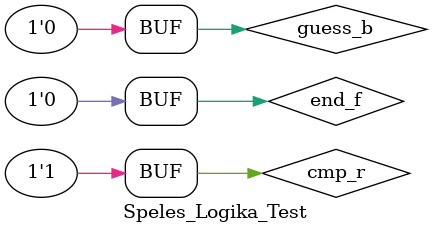
<source format=v>
`timescale 1ns / 1ps
module Speles_Logika_Test;

	//INPUT
	reg guess_b, cmp_r, end_f;
	
	//OUTPUT
	wire [0:1]state;
	wire [0:7]level;
	wire set_f; 
	wire [0:4]set_v;

	// Instantiate the Unit Under Test (UUT)
	Speles_Logika uut(
		//INPUT
		.guess_b(guess_b), 
		.cmp_r(cmp_r), 
		.end_f(end_f),
		//OUTPUT
		.state(state), 
		.level(level), 
		.set_f(set_f), 
		.set_v(set_v)
   );

	initial begin
		// Initialize Inputs    
		guess_b = 0;
		end_f = 0;
		cmp_r = 0;
		#20
		guess_b = 1; //state 1
		#20
		guess_b = 0; //state 1
		#20
		guess_b = 1; //state 2
		#20
		guess_b = 0; //state 2
		cmp_r = 1; //Set compare result true
		#20
		guess_b = 1; // State 1 - win
		#20
		guess_b = 0; //State 1 - win	
	end
      
endmodule

</source>
